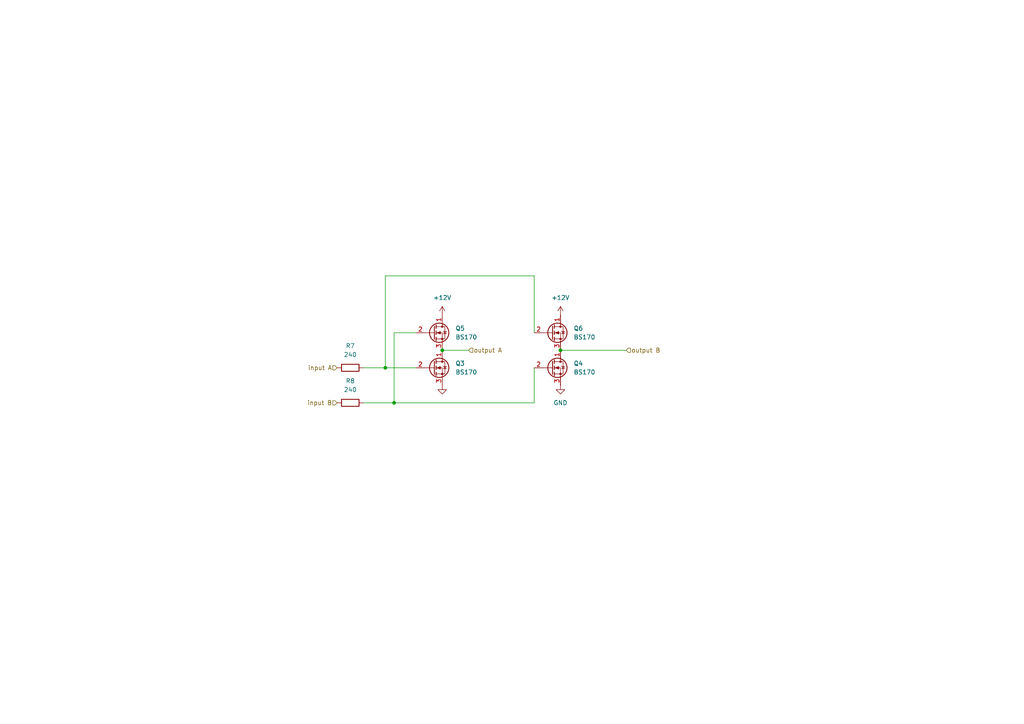
<source format=kicad_sch>
(kicad_sch
	(version 20250114)
	(generator "eeschema")
	(generator_version "9.0")
	(uuid "43e05625-78c0-4a73-9598-0dc5aa72f0b2")
	(paper "A4")
	(lib_symbols
		(symbol "Device:R"
			(pin_numbers
				(hide yes)
			)
			(pin_names
				(offset 0)
			)
			(exclude_from_sim no)
			(in_bom yes)
			(on_board yes)
			(property "Reference" "R"
				(at 2.032 0 90)
				(effects
					(font
						(size 1.27 1.27)
					)
				)
			)
			(property "Value" "R"
				(at 0 0 90)
				(effects
					(font
						(size 1.27 1.27)
					)
				)
			)
			(property "Footprint" ""
				(at -1.778 0 90)
				(effects
					(font
						(size 1.27 1.27)
					)
					(hide yes)
				)
			)
			(property "Datasheet" "~"
				(at 0 0 0)
				(effects
					(font
						(size 1.27 1.27)
					)
					(hide yes)
				)
			)
			(property "Description" "Resistor"
				(at 0 0 0)
				(effects
					(font
						(size 1.27 1.27)
					)
					(hide yes)
				)
			)
			(property "ki_keywords" "R res resistor"
				(at 0 0 0)
				(effects
					(font
						(size 1.27 1.27)
					)
					(hide yes)
				)
			)
			(property "ki_fp_filters" "R_*"
				(at 0 0 0)
				(effects
					(font
						(size 1.27 1.27)
					)
					(hide yes)
				)
			)
			(symbol "R_0_1"
				(rectangle
					(start -1.016 -2.54)
					(end 1.016 2.54)
					(stroke
						(width 0.254)
						(type default)
					)
					(fill
						(type none)
					)
				)
			)
			(symbol "R_1_1"
				(pin passive line
					(at 0 3.81 270)
					(length 1.27)
					(name "~"
						(effects
							(font
								(size 1.27 1.27)
							)
						)
					)
					(number "1"
						(effects
							(font
								(size 1.27 1.27)
							)
						)
					)
				)
				(pin passive line
					(at 0 -3.81 90)
					(length 1.27)
					(name "~"
						(effects
							(font
								(size 1.27 1.27)
							)
						)
					)
					(number "2"
						(effects
							(font
								(size 1.27 1.27)
							)
						)
					)
				)
			)
			(embedded_fonts no)
		)
		(symbol "Transistor_FET:BS170"
			(pin_names
				(hide yes)
			)
			(exclude_from_sim no)
			(in_bom yes)
			(on_board yes)
			(property "Reference" "Q"
				(at 5.08 1.905 0)
				(effects
					(font
						(size 1.27 1.27)
					)
					(justify left)
				)
			)
			(property "Value" "BS170"
				(at 5.08 0 0)
				(effects
					(font
						(size 1.27 1.27)
					)
					(justify left)
				)
			)
			(property "Footprint" "Package_TO_SOT_THT:TO-92_Inline"
				(at 5.08 -1.905 0)
				(effects
					(font
						(size 1.27 1.27)
						(italic yes)
					)
					(justify left)
					(hide yes)
				)
			)
			(property "Datasheet" "https://www.onsemi.com/pub/Collateral/BS170-D.PDF"
				(at 5.08 -3.81 0)
				(effects
					(font
						(size 1.27 1.27)
					)
					(justify left)
					(hide yes)
				)
			)
			(property "Description" "0.5A Id, 60V Vds, N-Channel MOSFET, TO-92"
				(at 0 0 0)
				(effects
					(font
						(size 1.27 1.27)
					)
					(hide yes)
				)
			)
			(property "ki_keywords" "N-Channel MOSFET"
				(at 0 0 0)
				(effects
					(font
						(size 1.27 1.27)
					)
					(hide yes)
				)
			)
			(property "ki_fp_filters" "TO?92*"
				(at 0 0 0)
				(effects
					(font
						(size 1.27 1.27)
					)
					(hide yes)
				)
			)
			(symbol "BS170_0_1"
				(polyline
					(pts
						(xy 0.254 1.905) (xy 0.254 -1.905)
					)
					(stroke
						(width 0.254)
						(type default)
					)
					(fill
						(type none)
					)
				)
				(polyline
					(pts
						(xy 0.254 0) (xy -2.54 0)
					)
					(stroke
						(width 0)
						(type default)
					)
					(fill
						(type none)
					)
				)
				(polyline
					(pts
						(xy 0.762 2.286) (xy 0.762 1.27)
					)
					(stroke
						(width 0.254)
						(type default)
					)
					(fill
						(type none)
					)
				)
				(polyline
					(pts
						(xy 0.762 0.508) (xy 0.762 -0.508)
					)
					(stroke
						(width 0.254)
						(type default)
					)
					(fill
						(type none)
					)
				)
				(polyline
					(pts
						(xy 0.762 -1.27) (xy 0.762 -2.286)
					)
					(stroke
						(width 0.254)
						(type default)
					)
					(fill
						(type none)
					)
				)
				(polyline
					(pts
						(xy 0.762 -1.778) (xy 3.302 -1.778) (xy 3.302 1.778) (xy 0.762 1.778)
					)
					(stroke
						(width 0)
						(type default)
					)
					(fill
						(type none)
					)
				)
				(polyline
					(pts
						(xy 1.016 0) (xy 2.032 0.381) (xy 2.032 -0.381) (xy 1.016 0)
					)
					(stroke
						(width 0)
						(type default)
					)
					(fill
						(type outline)
					)
				)
				(circle
					(center 1.651 0)
					(radius 2.794)
					(stroke
						(width 0.254)
						(type default)
					)
					(fill
						(type none)
					)
				)
				(polyline
					(pts
						(xy 2.54 2.54) (xy 2.54 1.778)
					)
					(stroke
						(width 0)
						(type default)
					)
					(fill
						(type none)
					)
				)
				(circle
					(center 2.54 1.778)
					(radius 0.254)
					(stroke
						(width 0)
						(type default)
					)
					(fill
						(type outline)
					)
				)
				(circle
					(center 2.54 -1.778)
					(radius 0.254)
					(stroke
						(width 0)
						(type default)
					)
					(fill
						(type outline)
					)
				)
				(polyline
					(pts
						(xy 2.54 -2.54) (xy 2.54 0) (xy 0.762 0)
					)
					(stroke
						(width 0)
						(type default)
					)
					(fill
						(type none)
					)
				)
				(polyline
					(pts
						(xy 2.794 0.508) (xy 2.921 0.381) (xy 3.683 0.381) (xy 3.81 0.254)
					)
					(stroke
						(width 0)
						(type default)
					)
					(fill
						(type none)
					)
				)
				(polyline
					(pts
						(xy 3.302 0.381) (xy 2.921 -0.254) (xy 3.683 -0.254) (xy 3.302 0.381)
					)
					(stroke
						(width 0)
						(type default)
					)
					(fill
						(type none)
					)
				)
			)
			(symbol "BS170_1_1"
				(pin input line
					(at -5.08 0 0)
					(length 2.54)
					(name "G"
						(effects
							(font
								(size 1.27 1.27)
							)
						)
					)
					(number "2"
						(effects
							(font
								(size 1.27 1.27)
							)
						)
					)
				)
				(pin passive line
					(at 2.54 5.08 270)
					(length 2.54)
					(name "D"
						(effects
							(font
								(size 1.27 1.27)
							)
						)
					)
					(number "1"
						(effects
							(font
								(size 1.27 1.27)
							)
						)
					)
				)
				(pin passive line
					(at 2.54 -5.08 90)
					(length 2.54)
					(name "S"
						(effects
							(font
								(size 1.27 1.27)
							)
						)
					)
					(number "3"
						(effects
							(font
								(size 1.27 1.27)
							)
						)
					)
				)
			)
			(embedded_fonts no)
		)
		(symbol "power:+12V"
			(power)
			(pin_numbers
				(hide yes)
			)
			(pin_names
				(offset 0)
				(hide yes)
			)
			(exclude_from_sim no)
			(in_bom yes)
			(on_board yes)
			(property "Reference" "#PWR"
				(at 0 -3.81 0)
				(effects
					(font
						(size 1.27 1.27)
					)
					(hide yes)
				)
			)
			(property "Value" "+12V"
				(at 0 3.556 0)
				(effects
					(font
						(size 1.27 1.27)
					)
				)
			)
			(property "Footprint" ""
				(at 0 0 0)
				(effects
					(font
						(size 1.27 1.27)
					)
					(hide yes)
				)
			)
			(property "Datasheet" ""
				(at 0 0 0)
				(effects
					(font
						(size 1.27 1.27)
					)
					(hide yes)
				)
			)
			(property "Description" "Power symbol creates a global label with name \"+12V\""
				(at 0 0 0)
				(effects
					(font
						(size 1.27 1.27)
					)
					(hide yes)
				)
			)
			(property "ki_keywords" "global power"
				(at 0 0 0)
				(effects
					(font
						(size 1.27 1.27)
					)
					(hide yes)
				)
			)
			(symbol "+12V_0_1"
				(polyline
					(pts
						(xy -0.762 1.27) (xy 0 2.54)
					)
					(stroke
						(width 0)
						(type default)
					)
					(fill
						(type none)
					)
				)
				(polyline
					(pts
						(xy 0 2.54) (xy 0.762 1.27)
					)
					(stroke
						(width 0)
						(type default)
					)
					(fill
						(type none)
					)
				)
				(polyline
					(pts
						(xy 0 0) (xy 0 2.54)
					)
					(stroke
						(width 0)
						(type default)
					)
					(fill
						(type none)
					)
				)
			)
			(symbol "+12V_1_1"
				(pin power_in line
					(at 0 0 90)
					(length 0)
					(name "~"
						(effects
							(font
								(size 1.27 1.27)
							)
						)
					)
					(number "1"
						(effects
							(font
								(size 1.27 1.27)
							)
						)
					)
				)
			)
			(embedded_fonts no)
		)
		(symbol "power:GND"
			(power)
			(pin_numbers
				(hide yes)
			)
			(pin_names
				(offset 0)
				(hide yes)
			)
			(exclude_from_sim no)
			(in_bom yes)
			(on_board yes)
			(property "Reference" "#PWR"
				(at 0 -6.35 0)
				(effects
					(font
						(size 1.27 1.27)
					)
					(hide yes)
				)
			)
			(property "Value" "GND"
				(at 0 -3.81 0)
				(effects
					(font
						(size 1.27 1.27)
					)
				)
			)
			(property "Footprint" ""
				(at 0 0 0)
				(effects
					(font
						(size 1.27 1.27)
					)
					(hide yes)
				)
			)
			(property "Datasheet" ""
				(at 0 0 0)
				(effects
					(font
						(size 1.27 1.27)
					)
					(hide yes)
				)
			)
			(property "Description" "Power symbol creates a global label with name \"GND\" , ground"
				(at 0 0 0)
				(effects
					(font
						(size 1.27 1.27)
					)
					(hide yes)
				)
			)
			(property "ki_keywords" "global power"
				(at 0 0 0)
				(effects
					(font
						(size 1.27 1.27)
					)
					(hide yes)
				)
			)
			(symbol "GND_0_1"
				(polyline
					(pts
						(xy 0 0) (xy 0 -1.27) (xy 1.27 -1.27) (xy 0 -2.54) (xy -1.27 -1.27) (xy 0 -1.27)
					)
					(stroke
						(width 0)
						(type default)
					)
					(fill
						(type none)
					)
				)
			)
			(symbol "GND_1_1"
				(pin power_in line
					(at 0 0 270)
					(length 0)
					(name "~"
						(effects
							(font
								(size 1.27 1.27)
							)
						)
					)
					(number "1"
						(effects
							(font
								(size 1.27 1.27)
							)
						)
					)
				)
			)
			(embedded_fonts no)
		)
	)
	(junction
		(at 162.56 101.6)
		(diameter 0)
		(color 0 0 0 0)
		(uuid "5709de36-d487-490c-b039-fb521484f2ce")
	)
	(junction
		(at 128.27 101.6)
		(diameter 0)
		(color 0 0 0 0)
		(uuid "8fc575c9-047e-457a-8049-db168f239bf4")
	)
	(junction
		(at 114.3 116.84)
		(diameter 0)
		(color 0 0 0 0)
		(uuid "a0ca26d4-0d88-4666-b5da-16a04f8abed1")
	)
	(junction
		(at 111.76 106.68)
		(diameter 0)
		(color 0 0 0 0)
		(uuid "fde064e8-954e-4d26-8f03-ccb8778aec8a")
	)
	(wire
		(pts
			(xy 154.94 96.52) (xy 154.94 80.01)
		)
		(stroke
			(width 0)
			(type default)
		)
		(uuid "0743e356-9b54-4f0b-8b29-79448fa4a9ef")
	)
	(wire
		(pts
			(xy 111.76 106.68) (xy 120.65 106.68)
		)
		(stroke
			(width 0)
			(type default)
		)
		(uuid "16ef9a94-0543-40ce-9527-671c77582541")
	)
	(wire
		(pts
			(xy 154.94 116.84) (xy 114.3 116.84)
		)
		(stroke
			(width 0)
			(type default)
		)
		(uuid "18d898bd-9891-4cce-b25b-af9245541bd8")
	)
	(wire
		(pts
			(xy 114.3 96.52) (xy 120.65 96.52)
		)
		(stroke
			(width 0)
			(type default)
		)
		(uuid "1a0c2716-2285-45b9-a4bb-d7b923fcc6fd")
	)
	(wire
		(pts
			(xy 105.41 106.68) (xy 111.76 106.68)
		)
		(stroke
			(width 0)
			(type default)
		)
		(uuid "3b8ba10a-2d8a-4e33-bb3c-6ae7f38eb677")
	)
	(wire
		(pts
			(xy 154.94 80.01) (xy 111.76 80.01)
		)
		(stroke
			(width 0)
			(type default)
		)
		(uuid "45a02fe3-f120-43b6-b6d1-dcb7aa1c6594")
	)
	(wire
		(pts
			(xy 162.56 101.6) (xy 181.61 101.6)
		)
		(stroke
			(width 0)
			(type default)
		)
		(uuid "7d20a03c-d240-48be-9b1c-d279d5e60b1d")
	)
	(wire
		(pts
			(xy 114.3 96.52) (xy 114.3 116.84)
		)
		(stroke
			(width 0)
			(type default)
		)
		(uuid "a85b5d0c-4481-4423-80a7-04b47c380edc")
	)
	(wire
		(pts
			(xy 111.76 80.01) (xy 111.76 106.68)
		)
		(stroke
			(width 0)
			(type default)
		)
		(uuid "b7125ba4-67dc-4d00-af01-1ad22749fc59")
	)
	(wire
		(pts
			(xy 128.27 101.6) (xy 135.89 101.6)
		)
		(stroke
			(width 0)
			(type default)
		)
		(uuid "bc4969d9-8ed7-4d94-b85e-665402aea573")
	)
	(wire
		(pts
			(xy 154.94 106.68) (xy 154.94 116.84)
		)
		(stroke
			(width 0)
			(type default)
		)
		(uuid "e037790f-5d94-4811-be83-5aad3160bd4c")
	)
	(wire
		(pts
			(xy 105.41 116.84) (xy 114.3 116.84)
		)
		(stroke
			(width 0)
			(type default)
		)
		(uuid "e3f6d9ef-5d0e-4bef-a589-ee65e40bf613")
	)
	(hierarchical_label "input B"
		(shape input)
		(at 97.79 116.84 180)
		(effects
			(font
				(size 1.27 1.27)
			)
			(justify right)
		)
		(uuid "6e9f58ae-f8a1-4a6f-8615-7222ea0fc49c")
	)
	(hierarchical_label "input A"
		(shape input)
		(at 97.79 106.68 180)
		(effects
			(font
				(size 1.27 1.27)
			)
			(justify right)
		)
		(uuid "88f0374b-5faf-4700-b85b-802549f6bf86")
	)
	(hierarchical_label "output B"
		(shape input)
		(at 181.61 101.6 0)
		(effects
			(font
				(size 1.27 1.27)
			)
			(justify left)
		)
		(uuid "8b548ee2-9f45-45a6-ab92-2fe1946d0192")
	)
	(hierarchical_label "output A"
		(shape input)
		(at 135.89 101.6 0)
		(effects
			(font
				(size 1.27 1.27)
			)
			(justify left)
		)
		(uuid "d2b1d2da-14be-43e2-acfc-b229e7a71af2")
	)
	(symbol
		(lib_id "Device:R")
		(at 101.6 116.84 90)
		(unit 1)
		(exclude_from_sim no)
		(in_bom yes)
		(on_board yes)
		(dnp no)
		(fields_autoplaced yes)
		(uuid "0173c298-9b76-4b06-b33f-5e770ab4d407")
		(property "Reference" "R8"
			(at 101.6 110.49 90)
			(effects
				(font
					(size 1.27 1.27)
				)
			)
		)
		(property "Value" "240"
			(at 101.6 113.03 90)
			(effects
				(font
					(size 1.27 1.27)
				)
			)
		)
		(property "Footprint" ""
			(at 101.6 118.618 90)
			(effects
				(font
					(size 1.27 1.27)
				)
				(hide yes)
			)
		)
		(property "Datasheet" "~"
			(at 101.6 116.84 0)
			(effects
				(font
					(size 1.27 1.27)
				)
				(hide yes)
			)
		)
		(property "Description" "Resistor"
			(at 101.6 116.84 0)
			(effects
				(font
					(size 1.27 1.27)
				)
				(hide yes)
			)
		)
		(pin "2"
			(uuid "775d4950-a334-4b30-ad33-1a7b1aaf54e4")
		)
		(pin "1"
			(uuid "130bf570-c6c2-4564-9393-801886d72894")
		)
		(instances
			(project ""
				(path "/69584044-3e78-46a7-9ace-309a005e8329/a74ce5ac-a8f3-4ecc-b7a3-0ff9c35ee749"
					(reference "R8")
					(unit 1)
				)
			)
		)
	)
	(symbol
		(lib_id "Transistor_FET:BS170")
		(at 125.73 96.52 0)
		(unit 1)
		(exclude_from_sim no)
		(in_bom yes)
		(on_board yes)
		(dnp no)
		(fields_autoplaced yes)
		(uuid "11379d9a-f723-4f1b-baeb-b1deef02baf8")
		(property "Reference" "Q5"
			(at 132.08 95.2499 0)
			(effects
				(font
					(size 1.27 1.27)
				)
				(justify left)
			)
		)
		(property "Value" "BS170"
			(at 132.08 97.7899 0)
			(effects
				(font
					(size 1.27 1.27)
				)
				(justify left)
			)
		)
		(property "Footprint" "Package_TO_SOT_THT:TO-92_Inline"
			(at 130.81 98.425 0)
			(effects
				(font
					(size 1.27 1.27)
					(italic yes)
				)
				(justify left)
				(hide yes)
			)
		)
		(property "Datasheet" "https://www.onsemi.com/pub/Collateral/BS170-D.PDF"
			(at 130.81 100.33 0)
			(effects
				(font
					(size 1.27 1.27)
				)
				(justify left)
				(hide yes)
			)
		)
		(property "Description" "0.5A Id, 60V Vds, N-Channel MOSFET, TO-92"
			(at 125.73 96.52 0)
			(effects
				(font
					(size 1.27 1.27)
				)
				(hide yes)
			)
		)
		(pin "2"
			(uuid "bf15040c-99a4-4689-856c-52a4d267f079")
		)
		(pin "1"
			(uuid "05146d05-9bb5-4bbb-8b87-fbe5aca0f523")
		)
		(pin "3"
			(uuid "f36c9ffc-5b64-48ab-a431-67ca7f50561a")
		)
		(instances
			(project ""
				(path "/69584044-3e78-46a7-9ace-309a005e8329/a74ce5ac-a8f3-4ecc-b7a3-0ff9c35ee749"
					(reference "Q5")
					(unit 1)
				)
			)
		)
	)
	(symbol
		(lib_id "power:+12V")
		(at 128.27 91.44 0)
		(unit 1)
		(exclude_from_sim no)
		(in_bom yes)
		(on_board yes)
		(dnp no)
		(fields_autoplaced yes)
		(uuid "171534ff-86fd-43bc-bed6-a4591d139a0f")
		(property "Reference" "#PWR012"
			(at 128.27 95.25 0)
			(effects
				(font
					(size 1.27 1.27)
				)
				(hide yes)
			)
		)
		(property "Value" "+12V"
			(at 128.27 86.36 0)
			(effects
				(font
					(size 1.27 1.27)
				)
			)
		)
		(property "Footprint" ""
			(at 128.27 91.44 0)
			(effects
				(font
					(size 1.27 1.27)
				)
				(hide yes)
			)
		)
		(property "Datasheet" ""
			(at 128.27 91.44 0)
			(effects
				(font
					(size 1.27 1.27)
				)
				(hide yes)
			)
		)
		(property "Description" "Power symbol creates a global label with name \"+12V\""
			(at 128.27 91.44 0)
			(effects
				(font
					(size 1.27 1.27)
				)
				(hide yes)
			)
		)
		(pin "1"
			(uuid "3eeb330c-379d-46d1-8b70-05e6b57136ef")
		)
		(instances
			(project ""
				(path "/69584044-3e78-46a7-9ace-309a005e8329/a74ce5ac-a8f3-4ecc-b7a3-0ff9c35ee749"
					(reference "#PWR012")
					(unit 1)
				)
			)
		)
	)
	(symbol
		(lib_id "Transistor_FET:BS170")
		(at 125.73 106.68 0)
		(unit 1)
		(exclude_from_sim no)
		(in_bom yes)
		(on_board yes)
		(dnp no)
		(fields_autoplaced yes)
		(uuid "3a8e2c3e-e5cc-4399-b0af-3d7811c087d0")
		(property "Reference" "Q3"
			(at 132.08 105.4099 0)
			(effects
				(font
					(size 1.27 1.27)
				)
				(justify left)
			)
		)
		(property "Value" "BS170"
			(at 132.08 107.9499 0)
			(effects
				(font
					(size 1.27 1.27)
				)
				(justify left)
			)
		)
		(property "Footprint" "Package_TO_SOT_THT:TO-92_Inline"
			(at 130.81 108.585 0)
			(effects
				(font
					(size 1.27 1.27)
					(italic yes)
				)
				(justify left)
				(hide yes)
			)
		)
		(property "Datasheet" "https://www.onsemi.com/pub/Collateral/BS170-D.PDF"
			(at 130.81 110.49 0)
			(effects
				(font
					(size 1.27 1.27)
				)
				(justify left)
				(hide yes)
			)
		)
		(property "Description" "0.5A Id, 60V Vds, N-Channel MOSFET, TO-92"
			(at 125.73 106.68 0)
			(effects
				(font
					(size 1.27 1.27)
				)
				(hide yes)
			)
		)
		(pin "2"
			(uuid "566ec6f4-320b-4ef6-8e41-a763cbcd2e89")
		)
		(pin "1"
			(uuid "060c2a7c-167a-423a-9eb9-944ab25e31aa")
		)
		(pin "3"
			(uuid "dafa3e49-9264-4bc2-9cd9-1b45c5bb20c9")
		)
		(instances
			(project ""
				(path "/69584044-3e78-46a7-9ace-309a005e8329/a74ce5ac-a8f3-4ecc-b7a3-0ff9c35ee749"
					(reference "Q3")
					(unit 1)
				)
			)
		)
	)
	(symbol
		(lib_id "power:GND")
		(at 128.27 111.76 0)
		(unit 1)
		(exclude_from_sim no)
		(in_bom yes)
		(on_board yes)
		(dnp no)
		(fields_autoplaced yes)
		(uuid "50f7047b-b6e6-450a-b4cd-f0c12a40d5ce")
		(property "Reference" "#PWR010"
			(at 128.27 118.11 0)
			(effects
				(font
					(size 1.27 1.27)
				)
				(hide yes)
			)
		)
		(property "Value" "GND"
			(at 128.27 116.84 0)
			(effects
				(font
					(size 1.27 1.27)
				)
				(hide yes)
			)
		)
		(property "Footprint" ""
			(at 128.27 111.76 0)
			(effects
				(font
					(size 1.27 1.27)
				)
				(hide yes)
			)
		)
		(property "Datasheet" ""
			(at 128.27 111.76 0)
			(effects
				(font
					(size 1.27 1.27)
				)
				(hide yes)
			)
		)
		(property "Description" "Power symbol creates a global label with name \"GND\" , ground"
			(at 128.27 111.76 0)
			(effects
				(font
					(size 1.27 1.27)
				)
				(hide yes)
			)
		)
		(pin "1"
			(uuid "ea3d6d86-aac6-462c-814c-3a26d90cfc20")
		)
		(instances
			(project ""
				(path "/69584044-3e78-46a7-9ace-309a005e8329/a74ce5ac-a8f3-4ecc-b7a3-0ff9c35ee749"
					(reference "#PWR010")
					(unit 1)
				)
			)
		)
	)
	(symbol
		(lib_id "Transistor_FET:BS170")
		(at 160.02 96.52 0)
		(unit 1)
		(exclude_from_sim no)
		(in_bom yes)
		(on_board yes)
		(dnp no)
		(fields_autoplaced yes)
		(uuid "543e21f0-755b-414f-9fa8-97b9c56c4146")
		(property "Reference" "Q6"
			(at 166.37 95.2499 0)
			(effects
				(font
					(size 1.27 1.27)
				)
				(justify left)
			)
		)
		(property "Value" "BS170"
			(at 166.37 97.7899 0)
			(effects
				(font
					(size 1.27 1.27)
				)
				(justify left)
			)
		)
		(property "Footprint" "Package_TO_SOT_THT:TO-92_Inline"
			(at 165.1 98.425 0)
			(effects
				(font
					(size 1.27 1.27)
					(italic yes)
				)
				(justify left)
				(hide yes)
			)
		)
		(property "Datasheet" "https://www.onsemi.com/pub/Collateral/BS170-D.PDF"
			(at 165.1 100.33 0)
			(effects
				(font
					(size 1.27 1.27)
				)
				(justify left)
				(hide yes)
			)
		)
		(property "Description" "0.5A Id, 60V Vds, N-Channel MOSFET, TO-92"
			(at 160.02 96.52 0)
			(effects
				(font
					(size 1.27 1.27)
				)
				(hide yes)
			)
		)
		(pin "2"
			(uuid "bf15040c-99a4-4689-856c-52a4d267f079")
		)
		(pin "1"
			(uuid "05146d05-9bb5-4bbb-8b87-fbe5aca0f523")
		)
		(pin "3"
			(uuid "f36c9ffc-5b64-48ab-a431-67ca7f50561a")
		)
		(instances
			(project ""
				(path "/69584044-3e78-46a7-9ace-309a005e8329/a74ce5ac-a8f3-4ecc-b7a3-0ff9c35ee749"
					(reference "Q6")
					(unit 1)
				)
			)
		)
	)
	(symbol
		(lib_id "power:GND")
		(at 162.56 111.76 0)
		(unit 1)
		(exclude_from_sim no)
		(in_bom yes)
		(on_board yes)
		(dnp no)
		(fields_autoplaced yes)
		(uuid "5689c6d8-23d4-412d-81c9-6e59f0836825")
		(property "Reference" "#PWR011"
			(at 162.56 118.11 0)
			(effects
				(font
					(size 1.27 1.27)
				)
				(hide yes)
			)
		)
		(property "Value" "GND"
			(at 162.56 116.84 0)
			(effects
				(font
					(size 1.27 1.27)
				)
			)
		)
		(property "Footprint" ""
			(at 162.56 111.76 0)
			(effects
				(font
					(size 1.27 1.27)
				)
				(hide yes)
			)
		)
		(property "Datasheet" ""
			(at 162.56 111.76 0)
			(effects
				(font
					(size 1.27 1.27)
				)
				(hide yes)
			)
		)
		(property "Description" "Power symbol creates a global label with name \"GND\" , ground"
			(at 162.56 111.76 0)
			(effects
				(font
					(size 1.27 1.27)
				)
				(hide yes)
			)
		)
		(pin "1"
			(uuid "d097b9c7-d177-4fc0-9ee9-72a1dd4e8240")
		)
		(instances
			(project ""
				(path "/69584044-3e78-46a7-9ace-309a005e8329/a74ce5ac-a8f3-4ecc-b7a3-0ff9c35ee749"
					(reference "#PWR011")
					(unit 1)
				)
			)
		)
	)
	(symbol
		(lib_id "Device:R")
		(at 101.6 106.68 90)
		(unit 1)
		(exclude_from_sim no)
		(in_bom yes)
		(on_board yes)
		(dnp no)
		(fields_autoplaced yes)
		(uuid "73abc4bc-dbed-4001-bda2-347885fe24ea")
		(property "Reference" "R7"
			(at 101.6 100.33 90)
			(effects
				(font
					(size 1.27 1.27)
				)
			)
		)
		(property "Value" "240"
			(at 101.6 102.87 90)
			(effects
				(font
					(size 1.27 1.27)
				)
			)
		)
		(property "Footprint" ""
			(at 101.6 108.458 90)
			(effects
				(font
					(size 1.27 1.27)
				)
				(hide yes)
			)
		)
		(property "Datasheet" "~"
			(at 101.6 106.68 0)
			(effects
				(font
					(size 1.27 1.27)
				)
				(hide yes)
			)
		)
		(property "Description" "Resistor"
			(at 101.6 106.68 0)
			(effects
				(font
					(size 1.27 1.27)
				)
				(hide yes)
			)
		)
		(pin "2"
			(uuid "775d4950-a334-4b30-ad33-1a7b1aaf54e4")
		)
		(pin "1"
			(uuid "130bf570-c6c2-4564-9393-801886d72894")
		)
		(instances
			(project ""
				(path "/69584044-3e78-46a7-9ace-309a005e8329/a74ce5ac-a8f3-4ecc-b7a3-0ff9c35ee749"
					(reference "R7")
					(unit 1)
				)
			)
		)
	)
	(symbol
		(lib_id "power:+12V")
		(at 162.56 91.44 0)
		(unit 1)
		(exclude_from_sim no)
		(in_bom yes)
		(on_board yes)
		(dnp no)
		(fields_autoplaced yes)
		(uuid "907d1578-f578-4b0e-a6bf-e954677f2507")
		(property "Reference" "#PWR013"
			(at 162.56 95.25 0)
			(effects
				(font
					(size 1.27 1.27)
				)
				(hide yes)
			)
		)
		(property "Value" "+12V"
			(at 162.56 86.36 0)
			(effects
				(font
					(size 1.27 1.27)
				)
			)
		)
		(property "Footprint" ""
			(at 162.56 91.44 0)
			(effects
				(font
					(size 1.27 1.27)
				)
				(hide yes)
			)
		)
		(property "Datasheet" ""
			(at 162.56 91.44 0)
			(effects
				(font
					(size 1.27 1.27)
				)
				(hide yes)
			)
		)
		(property "Description" "Power symbol creates a global label with name \"+12V\""
			(at 162.56 91.44 0)
			(effects
				(font
					(size 1.27 1.27)
				)
				(hide yes)
			)
		)
		(pin "1"
			(uuid "ebaf1179-d445-4d96-b73c-75e58c2bdc5d")
		)
		(instances
			(project ""
				(path "/69584044-3e78-46a7-9ace-309a005e8329/a74ce5ac-a8f3-4ecc-b7a3-0ff9c35ee749"
					(reference "#PWR013")
					(unit 1)
				)
			)
		)
	)
	(symbol
		(lib_id "Transistor_FET:BS170")
		(at 160.02 106.68 0)
		(unit 1)
		(exclude_from_sim no)
		(in_bom yes)
		(on_board yes)
		(dnp no)
		(fields_autoplaced yes)
		(uuid "d142df8e-cfaa-42bb-9817-a21f51784d5e")
		(property "Reference" "Q4"
			(at 166.37 105.4099 0)
			(effects
				(font
					(size 1.27 1.27)
				)
				(justify left)
			)
		)
		(property "Value" "BS170"
			(at 166.37 107.9499 0)
			(effects
				(font
					(size 1.27 1.27)
				)
				(justify left)
			)
		)
		(property "Footprint" "Package_TO_SOT_THT:TO-92_Inline"
			(at 165.1 108.585 0)
			(effects
				(font
					(size 1.27 1.27)
					(italic yes)
				)
				(justify left)
				(hide yes)
			)
		)
		(property "Datasheet" "https://www.onsemi.com/pub/Collateral/BS170-D.PDF"
			(at 165.1 110.49 0)
			(effects
				(font
					(size 1.27 1.27)
				)
				(justify left)
				(hide yes)
			)
		)
		(property "Description" "0.5A Id, 60V Vds, N-Channel MOSFET, TO-92"
			(at 160.02 106.68 0)
			(effects
				(font
					(size 1.27 1.27)
				)
				(hide yes)
			)
		)
		(pin "2"
			(uuid "bf15040c-99a4-4689-856c-52a4d267f079")
		)
		(pin "1"
			(uuid "05146d05-9bb5-4bbb-8b87-fbe5aca0f523")
		)
		(pin "3"
			(uuid "f36c9ffc-5b64-48ab-a431-67ca7f50561a")
		)
		(instances
			(project ""
				(path "/69584044-3e78-46a7-9ace-309a005e8329/a74ce5ac-a8f3-4ecc-b7a3-0ff9c35ee749"
					(reference "Q4")
					(unit 1)
				)
			)
		)
	)
)

</source>
